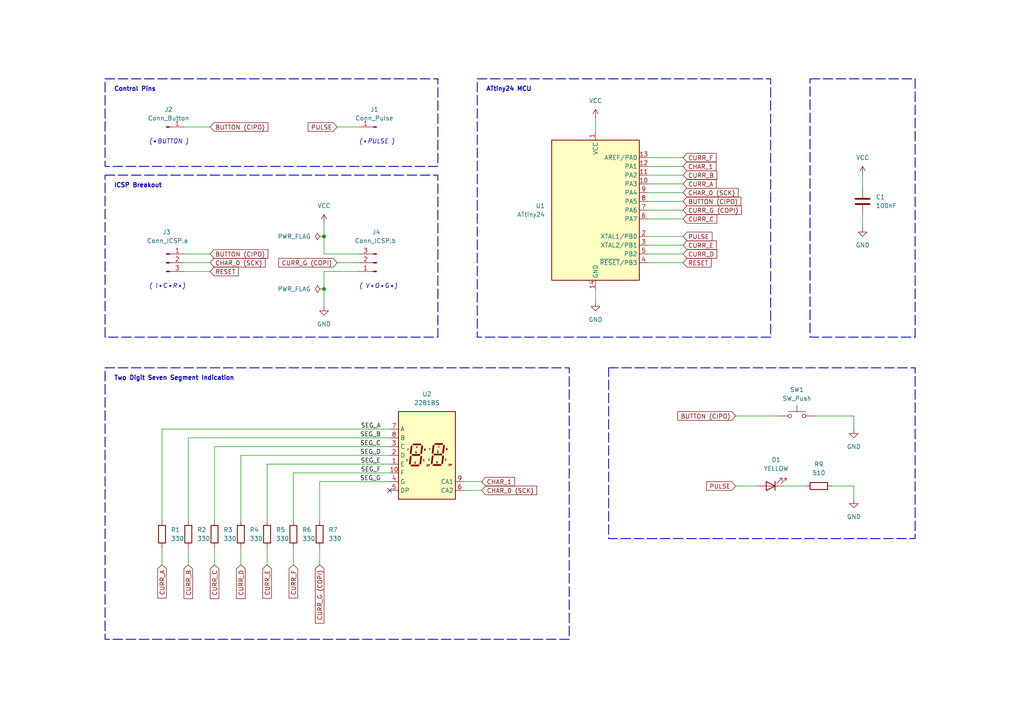
<source format=kicad_sch>
(kicad_sch (version 20230121) (generator eeschema)
  (paper "A4")
  (title_block (title "Bredboard Clock Pulse Generator") (date "2023-10-28") (rev "1.1") (company "Lefty de Milo"))
  (lib_symbols
    (symbol "@LED_Library:2281BS_2_Symbol_Display"
      (property "Reference" "U" (at 0 2.54 0))
      (property "Value" "2281BS_2_Symbol_Display" (at 0 0 0))
      (symbol "2281BS_2_Symbol_Display_1_0"
        (text "A" (at 0.254 -14.097 0) (effects (font (size 0.508 0.508))))
        (text "A" (at 6.604 -13.97 0) (effects (font (size 0.508 0.508))))
        (text "B" (at 2.54 -14.859 0) (effects (font (size 0.508 0.508))))
        (text "B" (at 8.89 -14.732 0) (effects (font (size 0.508 0.508))))
        (text "C" (at 2.286 -17.907 0) (effects (font (size 0.508 0.508))))
        (text "C" (at 8.636 -17.78 0) (effects (font (size 0.508 0.508))))
        (text "D" (at -0.254 -18.669 0) (effects (font (size 0.508 0.508))))
        (text "D" (at 6.096 -18.542 0) (effects (font (size 0.508 0.508))))
        (text "DP" (at 3.556 -19.431 0) (effects (font (size 0.508 0.508))))
        (text "DP" (at 9.906 -19.304 0) (effects (font (size 0.508 0.508))))
        (text "E" (at -2.54 -17.907 0) (effects (font (size 0.508 0.508))))
        (text "E" (at 3.81 -17.78 0) (effects (font (size 0.508 0.508))))
        (text "F" (at -2.286 -14.859 0) (effects (font (size 0.508 0.508))))
        (text "F" (at 4.064 -14.732 0) (effects (font (size 0.508 0.508))))
        (text "G" (at 0 -15.621 0) (effects (font (size 0.508 0.508))))
        (text "G" (at 6.35 -15.494 0) (effects (font (size 0.508 0.508))))
      )
      (symbol "2281BS_2_Symbol_Display_1_1"
        (rectangle (start -5.08 -3.81) (end 11.43 -29.21) (stroke (width 0.254)) (fill (type background)))
        (polyline (pts (xy -1.524 -16.891) (xy -1.778 -18.923)) (stroke (width 0.508)))
        (polyline (pts (xy -1.27 -19.431) (xy 0.762 -19.431)) (stroke (width 0.508)))
        (polyline (pts (xy -1.27 -13.843) (xy -1.524 -15.875)) (stroke (width 0.508)))
        (polyline (pts (xy -1.016 -16.383) (xy 1.016 -16.383)) (stroke (width 0.508)))
        (polyline (pts (xy -0.762 -13.335) (xy 1.27 -13.335)) (stroke (width 0.508)))
        (polyline (pts (xy 1.524 -16.891) (xy 1.27 -18.923)) (stroke (width 0.508)))
        (polyline (pts (xy 1.778 -13.843) (xy 1.524 -15.875)) (stroke (width 0.508)))
        (polyline (pts (xy 2.54 -19.431) (xy 2.54 -19.431)) (stroke (width 0.508)))
        (polyline (pts (xy 4.826 -16.764) (xy 4.572 -18.796)) (stroke (width 0.508)))
        (polyline (pts (xy 5.08 -19.304) (xy 7.112 -19.304)) (stroke (width 0.508)))
        (polyline (pts (xy 5.08 -13.716) (xy 4.826 -15.748)) (stroke (width 0.508)))
        (polyline (pts (xy 5.334 -16.256) (xy 7.366 -16.256)) (stroke (width 0.508)))
        (polyline (pts (xy 5.588 -13.208) (xy 7.62 -13.208)) (stroke (width 0.508)))
        (polyline (pts (xy 7.874 -16.764) (xy 7.62 -18.796)) (stroke (width 0.508)))
        (polyline (pts (xy 8.128 -13.716) (xy 7.874 -15.748)) (stroke (width 0.508)))
        (polyline (pts (xy 8.89 -19.304) (xy 8.89 -19.304)) (stroke (width 0.508)))
        (pin input line (at -7.62 -19.05 0) (length 2.54) (name "E") (number "1"))
        (pin input line (at -7.62 -21.59 0) (length 2.54) (name "F") (number "10"))
        (pin input line (at -7.62 -16.51 0) (length 2.54) (name "D") (number "2"))
        (pin input line (at -7.62 -13.97 0) (length 2.54) (name "C") (number "3"))
        (pin input line (at -7.62 -24.13 0) (length 2.54) (name "G") (number "4"))
        (pin input line (at -7.62 -26.67 0) (length 2.54) (name "DP") (number "5"))
        (pin input line (at 13.97 -26.67 180) (length 2.54) (name "CA2") (number "6"))
        (pin input line (at -7.62 -8.89 0) (length 2.54) (name "A") (number "7"))
        (pin input line (at -7.62 -11.43 0) (length 2.54) (name "B") (number "8"))
        (pin input line (at 13.97 -24.13 180) (length 2.54) (name "CA1") (number "9"))
      )
    )
    (symbol "Connector:Conn_01x01_Pin" (pin_names (offset 1.016) hide)
      (property "Reference" "J" (at 0 2.54 0))
      (property "Value" "Conn_01x01_Pin" (at 0 -2.54 0))
      (symbol "Conn_01x01_Pin_1_1"
        (polyline (pts (xy 1.27 0) (xy 0.8636 0)) (stroke (width 0.1524)))
        (rectangle (start 0.8636 0.127) (end 0 -0.127) (stroke (width 0.1524)) (fill (type outline)))
        (pin passive line (at 5.08 0 180) (length 3.81) (name "Pin_1") (number "1"))
      )
    )
    (symbol "Connector:Conn_01x03_Pin" (pin_names (offset 1.016) hide)
      (property "Reference" "J" (at 0 5.08 0))
      (property "Value" "Conn_01x03_Pin" (at 0 -5.08 0))
      (symbol "Conn_01x03_Pin_1_1"
        (polyline (pts (xy 1.27 -2.54) (xy 0.8636 -2.54)) (stroke (width 0.1524)))
        (polyline (pts (xy 1.27 0) (xy 0.8636 0)) (stroke (width 0.1524)))
        (polyline (pts (xy 1.27 2.54) (xy 0.8636 2.54)) (stroke (width 0.1524)))
        (rectangle (start 0.8636 -2.413) (end 0 -2.667) (stroke (width 0.1524)) (fill (type outline)))
        (rectangle (start 0.8636 0.127) (end 0 -0.127) (stroke (width 0.1524)) (fill (type outline)))
        (rectangle (start 0.8636 2.667) (end 0 2.413) (stroke (width 0.1524)) (fill (type outline)))
        (pin passive line (at 5.08 2.54 180) (length 3.81) (name "Pin_1") (number "1"))
        (pin passive line (at 5.08 0 180) (length 3.81) (name "Pin_2") (number "2"))
        (pin passive line (at 5.08 -2.54 180) (length 3.81) (name "Pin_3") (number "3"))
      )
    )
    (symbol "Device:C" (pin_numbers hide) (pin_names (offset 0.254))
      (property "Reference" "C" (at 0.635 2.54 0))
      (property "Value" "C" (at 0.635 -2.54 0))
      (symbol "C_0_1"
        (polyline (pts (xy -2.032 -0.762) (xy 2.032 -0.762)) (stroke (width 0.508)))
        (polyline (pts (xy -2.032 0.762) (xy 2.032 0.762)) (stroke (width 0.508)))
      )
      (symbol "C_1_1"
        (pin passive line (at 0 3.81 270) (length 2.794) (name "~") (number "1"))
        (pin passive line (at 0 -3.81 90) (length 2.794) (name "~") (number "2"))
      )
    )
    (symbol "Device:LED" (pin_numbers hide) (pin_names (offset 1.016) hide)
      (property "Reference" "D" (at 0 2.54 0))
      (property "Value" "LED" (at 0 -2.54 0))
      (symbol "LED_0_1"
        (polyline (pts (xy -1.27 -1.27) (xy -1.27 1.27)) (stroke (width 0.254)))
        (polyline (pts (xy -1.27 0) (xy 1.27 0)))
        (polyline (pts (xy 1.27 -1.27) (xy 1.27 1.27) (xy -1.27 0) (xy 1.27 -1.27)) (stroke (width 0.254)))
        (polyline (pts (xy -3.048 -0.762) (xy -4.572 -2.286) (xy -3.81 -2.286) (xy -4.572 -2.286) (xy -4.572 -1.524)))
        (polyline (pts (xy -1.778 -0.762) (xy -3.302 -2.286) (xy -2.54 -2.286) (xy -3.302 -2.286) (xy -3.302 -1.524)))
      )
      (symbol "LED_1_1"
        (pin passive line (at -3.81 0 0) (length 2.54) (name "K") (number "1"))
        (pin passive line (at 3.81 0 180) (length 2.54) (name "A") (number "2"))
      )
    )
    (symbol "Device:R" (pin_numbers hide) (pin_names (offset 0))
      (property "Reference" "R" (at 2.032 0 90))
      (property "Value" "R" (at 0 0 90))
      (symbol "R_0_1"
        (rectangle (start -1.016 -2.54) (end 1.016 2.54) (stroke (width 0.254)))
      )
      (symbol "R_1_1"
        (pin passive line (at 0 3.81 270) (length 1.27) (name "~") (number "1"))
        (pin passive line (at 0 -3.81 90) (length 1.27) (name "~") (number "2"))
      )
    )
    (symbol "MCU_Microchip_ATtiny:ATtiny24-20SS"
      (property "Reference" "U" (at -12.7 21.59 0))
      (property "Value" "ATtiny24-20SS" (at 2.54 -21.59 0))
      (symbol "ATtiny24-20SS_0_1"
        (rectangle (start -12.7 -20.32) (end 12.7 20.32) (stroke (width 0.254)) (fill (type background)))
      )
      (symbol "ATtiny24-20SS_1_1"
        (pin power_in line (at 0 22.86 270) (length 2.54) (name "VCC") (number "1"))
        (pin bidirectional line (at 15.24 7.62 180) (length 2.54) (name "PA3") (number "10"))
        (pin bidirectional line (at 15.24 10.16 180) (length 2.54) (name "PA2") (number "11"))
        (pin bidirectional line (at 15.24 12.7 180) (length 2.54) (name "PA1") (number "12"))
        (pin bidirectional line (at 15.24 15.24 180) (length 2.54) (name "AREF/PA0") (number "13"))
        (pin power_in line (at 0 -22.86 90) (length 2.54) (name "GND") (number "14"))
        (pin bidirectional line (at 15.24 -7.62 180) (length 2.54) (name "XTAL1/PB0") (number "2"))
        (pin bidirectional line (at 15.24 -10.16 180) (length 2.54) (name "XTAL2/PB1") (number "3"))
        (pin bidirectional line (at 15.24 -15.24 180) (length 2.54) (name "~{RESET}/PB3") (number "4"))
        (pin bidirectional line (at 15.24 -12.7 180) (length 2.54) (name "PB2") (number "5"))
        (pin bidirectional line (at 15.24 -2.54 180) (length 2.54) (name "PA7") (number "6"))
        (pin bidirectional line (at 15.24 0 180) (length 2.54) (name "PA6") (number "7"))
        (pin bidirectional line (at 15.24 2.54 180) (length 2.54) (name "PA5") (number "8"))
        (pin bidirectional line (at 15.24 5.08 180) (length 2.54) (name "PA4") (number "9"))
      )
    )
    (symbol "Switch:SW_Push" (pin_numbers hide) (pin_names (offset 1.016) hide)
      (property "Reference" "SW" (at 1.27 2.54 0))
      (property "Value" "SW_Push" (at 0 -1.524 0))
      (symbol "SW_Push_0_1"
        (circle (center -2.032 0) (radius 0.508))
        (polyline (pts (xy 0 1.27) (xy 0 3.048)))
        (polyline (pts (xy 2.54 1.27) (xy -2.54 1.27)))
        (circle (center 2.032 0) (radius 0.508))
        (pin passive line (at -5.08 0 0) (length 2.54) (name "1") (number "1"))
        (pin passive line (at 5.08 0 180) (length 2.54) (name "2") (number "2"))
      )
    )
    (symbol "power:GND" (power) (pin_names (offset 0))
      (property "Value" "GND" (at 0 -3.81 0))
      (symbol "GND_0_1"
        (polyline (pts (xy 0 0) (xy 0 -1.27) (xy 1.27 -1.27) (xy 0 -2.54) (xy -1.27 -1.27) (xy 0 -1.27)))
      )
      (symbol "GND_1_1"
        (pin power_in line (at 0 0 270) (length 0) hide (name "GND") (number "1"))
      )
    )
    (symbol "power:PWR_FLAG" (power) (pin_numbers hide) (pin_names (offset 0) hide)
      (property "Value" "PWR_FLAG" (at 0 3.81 0))
      (symbol "PWR_FLAG_0_0"
        (pin power_out line (at 0 0 90) (length 0) (name "pwr") (number "1"))
      )
      (symbol "PWR_FLAG_0_1"
        (polyline (pts (xy 0 0) (xy 0 1.27) (xy -1.016 1.905) (xy 0 2.54) (xy 1.016 1.905) (xy 0 1.27)))
      )
    )
    (symbol "power:VCC" (power) (pin_names (offset 0))
      (property "Value" "VCC" (at 0 3.81 0))
      (symbol "VCC_0_1"
        (polyline (pts (xy -0.762 1.27) (xy 0 2.54)))
        (polyline (pts (xy 0 0) (xy 0 2.54)))
        (polyline (pts (xy 0 2.54) (xy 0.762 1.27)))
      )
      (symbol "VCC_1_1"
        (pin power_in line (at 0 0 90) (length 0) hide (name "VCC") (number "1"))
      )
    )
  )
  (junction (at 93.98 83.82))
  (junction (at 93.98 68.58))
  (no_connect (at 113.03 142.24))
  (wire (pts (xy 85.09 158.75) (xy 85.09 163.83)))
  (wire (pts (xy 46.99 124.46) (xy 46.99 151.13)))
  (wire (pts (xy 92.71 158.75) (xy 92.71 163.83)))
  (wire (pts (xy 113.03 129.54) (xy 62.23 129.54)))
  (wire (pts (xy 187.96 68.58) (xy 198.12 68.58)))
  (wire (pts (xy 187.96 50.8) (xy 198.12 50.8)))
  (wire (pts (xy 93.98 73.66) (xy 104.14 73.66)))
  (wire (pts (xy 93.98 78.74) (xy 93.98 83.82)))
  (wire (pts (xy 187.96 60.96) (xy 198.12 60.96)))
  (wire (pts (xy 77.47 134.62) (xy 77.47 151.13)))
  (wire (pts (xy 213.36 120.65) (xy 226.06 120.65)))
  (wire (pts (xy 187.96 55.88) (xy 198.12 55.88)))
  (wire (pts (xy 93.98 83.82) (xy 93.98 88.9)))
  (wire (pts (xy 187.96 76.2) (xy 198.12 76.2)))
  (wire (pts (xy 187.96 53.34) (xy 198.12 53.34)))
  (wire (pts (xy 187.96 71.12) (xy 198.12 71.12)))
  (wire (pts (xy 46.99 158.75) (xy 46.99 163.83)))
  (wire (pts (xy 187.96 45.72) (xy 198.12 45.72)))
  (wire (pts (xy 93.98 64.77) (xy 93.98 68.58)))
  (wire (pts (xy 113.03 132.08) (xy 69.85 132.08)))
  (wire (pts (xy 227.33 140.97) (xy 233.68 140.97)))
  (wire (pts (xy 241.3 140.97) (xy 247.65 140.97)))
  (wire (pts (xy 113.03 127) (xy 54.61 127)))
  (wire (pts (xy 77.47 158.75) (xy 77.47 163.83)))
  (wire (pts (xy 92.71 139.7) (xy 92.71 151.13)))
  (wire (pts (xy 62.23 158.75) (xy 62.23 163.83)))
  (wire (pts (xy 97.79 36.83) (xy 104.14 36.83)))
  (wire (pts (xy 187.96 48.26) (xy 198.12 48.26)))
  (wire (pts (xy 60.96 76.2) (xy 53.34 76.2)))
  (wire (pts (xy 213.36 140.97) (xy 219.71 140.97)))
  (wire (pts (xy 247.65 120.65) (xy 247.65 124.46)))
  (wire (pts (xy 69.85 132.08) (xy 69.85 151.13)))
  (wire (pts (xy 85.09 137.16) (xy 85.09 151.13)))
  (wire (pts (xy 187.96 73.66) (xy 198.12 73.66)))
  (wire (pts (xy 113.03 124.46) (xy 46.99 124.46)))
  (wire (pts (xy 54.61 158.75) (xy 54.61 163.83)))
  (wire (pts (xy 247.65 140.97) (xy 247.65 144.78)))
  (wire (pts (xy 60.96 73.66) (xy 53.34 73.66)))
  (wire (pts (xy 97.79 76.2) (xy 104.14 76.2)))
  (wire (pts (xy 172.72 34.29) (xy 172.72 38.1)))
  (wire (pts (xy 113.03 134.62) (xy 77.47 134.62)))
  (wire (pts (xy 60.96 78.74) (xy 53.34 78.74)))
  (wire (pts (xy 250.19 50.8) (xy 250.19 54.61)))
  (wire (pts (xy 134.62 139.7) (xy 139.7 139.7)))
  (wire (pts (xy 69.85 158.75) (xy 69.85 163.83)))
  (wire (pts (xy 93.98 78.74) (xy 104.14 78.74)))
  (wire (pts (xy 250.19 62.23) (xy 250.19 66.04)))
  (wire (pts (xy 236.22 120.65) (xy 247.65 120.65)))
  (wire (pts (xy 60.96 36.83) (xy 53.34 36.83)))
  (wire (pts (xy 93.98 68.58) (xy 93.98 73.66)))
  (wire (pts (xy 113.03 139.7) (xy 92.71 139.7)))
  (wire (pts (xy 134.62 142.24) (xy 139.7 142.24)))
  (wire (pts (xy 172.72 83.82) (xy 172.72 87.63)))
  (wire (pts (xy 54.61 127) (xy 54.61 151.13)))
  (wire (pts (xy 187.96 63.5) (xy 198.12 63.5)))
  (wire (pts (xy 113.03 137.16) (xy 85.09 137.16)))
  (wire (pts (xy 187.96 58.42) (xy 198.12 58.42)))
  (wire (pts (xy 62.23 129.54) (xy 62.23 151.13)))
  (rectangle (start 234.95 22.86) (end 265.43 97.79) (stroke (width 0.254) (type dash)))
  (rectangle (start 30.48 106.68) (end 165.1 185.42) (stroke (width 0.254) (type dash)))
  (rectangle (start 138.43 22.86) (end 223.52 97.79) (stroke (width 0.254) (type dash)))
  (rectangle (start 176.53 106.68) (end 265.43 156.21) (stroke (width 0.254) (type dash)))
  (rectangle (start 30.48 22.86) (end 127 48.26) (stroke (width 0.254) (type dash)))
  (rectangle (start 30.48 50.8) (end 127 97.79) (stroke (width 0.254) (type dash)))
  (text "Control Pins" (at 33.02 26.67 0) (effects (font (size 1.27 1.27) (thickness 0.254) bold) (justify left bottom)))
  (text "ICSP Breakout" (at 33.02 54.61 0) (effects (font (size 1.27 1.27) (thickness 0.254) bold) (justify left bottom)))
  (text "ATtiny24 MCU" (at 140.97 26.67 0) (effects (font (size 1.27 1.27) bold) (justify left bottom)))
  (text "( V•O•G•)" (at 104.14 83.82 0) (effects (font (size 1.27 1.27) italic) (justify left bottom)))
  (text "(•BUTTON )" (at 43.18 41.91 0) (effects (font (size 1.27 1.27) italic) (justify left bottom)))
  (text "( I•C•R•)" (at 43.18 83.82 0) (effects (font (size 1.27 1.27) italic) (justify left bottom)))
  (text "(•PULSE )" (at 104.14 41.91 0) (effects (font (size 1.27 1.27) italic) (justify left bottom)))
  (text "Two Digit Seven Segment Indication" (at 33.02 110.49 0) (effects (font (size 1.27 1.27) bold) (justify left bottom)))
  (label "SEG_A" (at 110.49 124.46 180))
  (label "SEG_C" (at 110.49 129.54 180))
  (label "SEG_G" (at 110.49 139.7 180))
  (label "SEG_B" (at 110.49 127 180))
  (label "SEG_E" (at 110.49 134.62 180))
  (label "SEG_D" (at 110.49 132.08 180))
  (label "SEG_F" (at 110.49 137.16 180))
  (global_label "CURR_D" (shape input) (at 198.12 73.66 0) (property "Intersheetrefs" "${INTERSHEET_REFS}" (effects hide)))
  (global_label "CURR_B" (shape input) (at 54.61 163.83 270) (property "Intersheetrefs" "${INTERSHEET_REFS}" (effects hide)))
  (global_label "CHAR_1" (shape input) (at 139.7 139.7 0) (property "Intersheetrefs" "${INTERSHEET_REFS}" (effects hide)))
  (global_label "CURR_B" (shape input) (at 198.12 50.8 0) (property "Intersheetrefs" "${INTERSHEET_REFS}" (effects hide)))
  (global_label "BUTTON (CIPO)" (shape input) (at 198.12 58.42 0) (property "Intersheetrefs" "${INTERSHEET_REFS}" (effects hide)))
  (global_label "RESET" (shape input) (at 60.96 78.74 0) (property "Intersheetrefs" "${INTERSHEET_REFS}" (effects hide)))
  (global_label "CURR_G (COPI)" (shape input) (at 97.79 76.2 180) (property "Intersheetrefs" "${INTERSHEET_REFS}" (effects hide)))
  (global_label "CURR_C" (shape input) (at 198.12 63.5 0) (property "Intersheetrefs" "${INTERSHEET_REFS}" (effects hide)))
  (global_label "CURR_E" (shape input) (at 198.12 71.12 0) (property "Intersheetrefs" "${INTERSHEET_REFS}" (effects hide)))
  (global_label "CURR_D" (shape input) (at 69.85 163.83 270) (property "Intersheetrefs" "${INTERSHEET_REFS}" (effects hide)))
  (global_label "CURR_G (COPI)" (shape input) (at 198.12 60.96 0) (property "Intersheetrefs" "${INTERSHEET_REFS}" (effects hide)))
  (global_label "CHAR_1" (shape input) (at 198.12 48.26 0) (property "Intersheetrefs" "${INTERSHEET_REFS}" (effects hide)))
  (global_label "RESET" (shape input) (at 198.12 76.2 0) (property "Intersheetrefs" "${INTERSHEET_REFS}" (effects hide)))
  (global_label "CURR_A" (shape input) (at 198.12 53.34 0) (property "Intersheetrefs" "${INTERSHEET_REFS}" (effects hide)))
  (global_label "CHAR_0 (SCK)" (shape input) (at 198.12 55.88 0) (property "Intersheetrefs" "${INTERSHEET_REFS}" (effects hide)))
  (global_label "CURR_C" (shape input) (at 62.23 163.83 270) (property "Intersheetrefs" "${INTERSHEET_REFS}" (effects hide)))
  (global_label "PULSE" (shape input) (at 213.36 140.97 180) (property "Intersheetrefs" "${INTERSHEET_REFS}" (effects hide)))
  (global_label "CURR_G (COPI)" (shape input) (at 92.71 163.83 270) (property "Intersheetrefs" "${INTERSHEET_REFS}" (effects hide)))
  (global_label "PULSE" (shape input) (at 97.79 36.83 180) (property "Intersheetrefs" "${INTERSHEET_REFS}" (effects hide)))
  (global_label "CHAR_0 (SCK)" (shape input) (at 139.7 142.24 0) (property "Intersheetrefs" "${INTERSHEET_REFS}" (effects hide)))
  (global_label "BUTTON (CIPO)" (shape input) (at 213.36 120.65 180) (property "Intersheetrefs" "${INTERSHEET_REFS}" (effects hide)))
  (global_label "PULSE" (shape input) (at 198.12 68.58 0) (property "Intersheetrefs" "${INTERSHEET_REFS}" (effects hide)))
  (global_label "CURR_F" (shape input) (at 85.09 163.83 270) (property "Intersheetrefs" "${INTERSHEET_REFS}" (effects hide)))
  (global_label "BUTTON (CIPO)" (shape input) (at 60.96 36.83 0) (property "Intersheetrefs" "${INTERSHEET_REFS}" (effects hide)))
  (global_label "CURR_A" (shape input) (at 46.99 163.83 270) (property "Intersheetrefs" "${INTERSHEET_REFS}" (effects hide)))
  (global_label "CURR_F" (shape input) (at 198.12 45.72 0) (property "Intersheetrefs" "${INTERSHEET_REFS}" (effects hide)))
  (global_label "CURR_E" (shape input) (at 77.47 163.83 270) (property "Intersheetrefs" "${INTERSHEET_REFS}" (effects hide)))
  (global_label "BUTTON (CIPO)" (shape input) (at 60.96 73.66 0) (property "Intersheetrefs" "${INTERSHEET_REFS}" (effects hide)))
  (global_label "CHAR_0 (SCK)" (shape input) (at 60.96 76.2 0) (property "Intersheetrefs" "${INTERSHEET_REFS}" (effects hide)))
  (symbol (lib_id "Device:R") (at 69.85 154.94 0) (unit 1)
    (property "Reference" "R4" (at 72.39 153.67 0) (effects (justify left)))
    (property "Value" "330" (at 72.39 156.21 0) (effects (justify left)))
    (property "Footprint" "Resistor_SMD:R_0805_2012Metric_Pad1.20x1.40mm_HandSolder" (effects hide))
  )
  (symbol (lib_id "Connector:Conn_01x01_Pin") (at 48.26 36.83 0) (unit 1)
    (property "Reference" "J2" (at 48.895 31.75 0))
    (property "Value" "Conn_Button" (at 48.895 34.29 0))
    (property "Footprint" "Connector_PinHeader_2.54mm:PinHeader_1x01_P2.54mm_Vertical" (effects hide))
  )
  (symbol (lib_id "Device:R") (at 46.99 154.94 0) (unit 1)
    (property "Reference" "R1" (at 49.53 153.67 0) (effects (justify left)))
    (property "Value" "330" (at 49.53 156.21 0) (effects (justify left)))
    (property "Footprint" "Resistor_SMD:R_0805_2012Metric_Pad1.20x1.40mm_HandSolder" (effects hide))
  )
  (symbol (lib_id "Device:R") (at 85.09 154.94 0) (unit 1)
    (property "Reference" "R6" (at 87.63 153.67 0) (effects (justify left)))
    (property "Value" "330" (at 87.63 156.21 0) (effects (justify left)))
    (property "Footprint" "Resistor_SMD:R_0805_2012Metric_Pad1.20x1.40mm_HandSolder" (effects hide))
  )
  (symbol (lib_id "power:VCC") (at 172.72 34.29 0) (unit 1)
    (property "Reference" "#PWR01" (effects hide))
    (property "Value" "VCC" (at 172.72 29.21 0))
  )
  (symbol (lib_id "power:PWR_FLAG") (at 93.98 83.82 90) (unit 1)
    (property "Reference" "#FLG02" (effects hide))
    (property "Value" "PWR_FLAG" (at 90.17 83.82 90) (effects (justify left)))
  )
  (symbol (lib_id "Device:R") (at 77.47 154.94 0) (unit 1)
    (property "Reference" "R5" (at 80.01 153.67 0) (effects (justify left)))
    (property "Value" "330" (at 80.01 156.21 0) (effects (justify left)))
    (property "Footprint" "Resistor_SMD:R_0805_2012Metric_Pad1.20x1.40mm_HandSolder" (effects hide))
  )
  (symbol (lib_id "Connector:Conn_01x01_Pin") (at 109.22 36.83 0) (mirror y) (unit 1)
    (property "Reference" "J1" (at 108.585 31.75 0))
    (property "Value" "Conn_Pulse" (at 108.585 34.29 0))
    (property "Footprint" "Connector_PinHeader_2.54mm:PinHeader_1x01_P2.54mm_Vertical" (effects hide))
  )
  (symbol (lib_id "Device:R") (at 54.61 154.94 0) (unit 1)
    (property "Reference" "R2" (at 57.15 153.67 0) (effects (justify left)))
    (property "Value" "330" (at 57.15 156.21 0) (effects (justify left)))
    (property "Footprint" "Resistor_SMD:R_0805_2012Metric_Pad1.20x1.40mm_HandSolder" (effects hide))
  )
  (symbol (lib_id "@LED_Library:2281BS_2_Symbol_Display") (at 120.65 115.57 0) (unit 1)
    (property "Reference" "U2" (at 123.825 114.3 0))
    (property "Value" "2281BS" (at 123.825 116.84 0))
    (property "Footprint" "Display_7Segment:Sx39-1xxxxx" (effects hide))
  )
  (symbol (lib_id "power:GND") (at 250.19 66.04 0) (unit 1)
    (property "Reference" "#PWR08" (effects hide))
    (property "Value" "GND" (at 250.19 71.12 0))
  )
  (symbol (lib_id "Connector:Conn_01x03_Pin") (at 109.22 76.2 180) (unit 1)
    (property "Reference" "J4" (at 107.95 67.31 0) (effects (justify right)))
    (property "Value" "Conn_ICSP.b" (at 102.87 69.85 0) (effects (justify right)))
    (property "Footprint" "Connector_PinHeader_2.54mm:PinHeader_1x03_P2.54mm_Vertical" (effects hide))
  )
  (symbol (lib_id "Device:C") (at 250.19 58.42 0) (unit 1)
    (property "Reference" "C1" (at 254 57.15 0) (effects (justify left)))
    (property "Value" "100nF" (at 254 59.69 0) (effects (justify left)))
    (property "Footprint" "Capacitor_SMD:C_0805_2012Metric_Pad1.18x1.45mm_HandSolder" (effects hide))
  )
  (symbol (lib_id "Device:R") (at 92.71 154.94 0) (unit 1)
    (property "Reference" "R7" (at 95.25 153.67 0) (effects (justify left)))
    (property "Value" "330" (at 95.25 156.21 0) (effects (justify left)))
    (property "Footprint" "Resistor_SMD:R_0805_2012Metric_Pad1.20x1.40mm_HandSolder" (effects hide))
  )
  (symbol (lib_id "Device:R") (at 62.23 154.94 0) (unit 1)
    (property "Reference" "R3" (at 64.77 153.67 0) (effects (justify left)))
    (property "Value" "330" (at 64.77 156.21 0) (effects (justify left)))
    (property "Footprint" "Resistor_SMD:R_0805_2012Metric_Pad1.20x1.40mm_HandSolder" (effects hide))
  )
  (symbol (lib_id "power:GND") (at 247.65 144.78 0) (unit 1)
    (property "Reference" "#PWR04" (effects hide))
    (property "Value" "GND" (at 247.65 149.86 0))
  )
  (symbol (lib_id "power:PWR_FLAG") (at 93.98 68.58 90) (unit 1)
    (property "Reference" "#FLG01" (effects hide))
    (property "Value" "PWR_FLAG" (at 90.17 68.58 90) (effects (justify left)))
  )
  (symbol (lib_id "MCU_Microchip_ATtiny:ATtiny24-20SS") (at 172.72 60.96 0) (unit 1)
    (property "Reference" "U1" (at 158.115 59.6899 0) (effects (justify right)))
    (property "Value" "ATtiny24" (at 158.115 62.2299 0) (effects (justify right)))
    (property "Footprint" "Package_SO:SOIC-14_3.9x8.7mm_P1.27mm" (effects hide))
    (property "Datasheet" "http://ww1.microchip.com/downloads/en/DeviceDoc/doc8006.pdf" (effects hide))
  )
  (symbol (lib_id "Switch:SW_Push") (at 231.14 120.65 0) (unit 1)
    (property "Reference" "SW1" (at 231.14 113.03 0))
    (property "Value" "SW_Push" (at 231.14 115.57 0))
    (property "Footprint" "Button_Switch_THT:SW_PUSH_6mm_H5mm" (effects hide))
  )
  (symbol (lib_id "power:GND") (at 93.98 88.9 0) (unit 1)
    (property "Reference" "#PWR06" (effects hide))
    (property "Value" "GND" (at 93.98 93.98 0))
  )
  (symbol (lib_id "power:VCC") (at 250.19 50.8 0) (unit 1)
    (property "Reference" "#PWR07" (effects hide))
    (property "Value" "VCC" (at 250.19 45.72 0))
  )
  (symbol (lib_id "power:GND") (at 172.72 87.63 0) (unit 1)
    (property "Reference" "#PWR02" (effects hide))
    (property "Value" "GND" (at 172.72 92.71 0))
  )
  (symbol (lib_id "Device:LED") (at 223.52 140.97 180) (unit 1)
    (property "Reference" "D1" (at 225.1075 133.35 0))
    (property "Value" "YELLOW" (at 225.1075 135.89 0))
    (property "Footprint" "LED_SMD:LED_0805_2012Metric_Pad1.15x1.40mm_HandSolder" (effects hide))
  )
  (symbol (lib_id "Device:R") (at 237.49 140.97 90) (unit 1)
    (property "Reference" "R9" (at 237.49 134.62 90))
    (property "Value" "510" (at 237.49 137.16 90))
    (property "Footprint" "Resistor_SMD:R_0805_2012Metric_Pad1.20x1.40mm_HandSolder" (effects hide))
  )
  (symbol (lib_id "power:VCC") (at 93.98 64.77 0) (unit 1)
    (property "Reference" "#PWR05" (effects hide))
    (property "Value" "VCC" (at 93.98 59.69 0))
  )
  (symbol (lib_id "Connector:Conn_01x03_Pin") (at 48.26 76.2 0) (unit 1)
    (property "Reference" "J3" (at 49.53 67.31 0) (effects (justify right)))
    (property "Value" "Conn_ICSP.a" (at 54.61 69.85 0) (effects (justify right)))
    (property "Footprint" "Connector_PinHeader_2.54mm:PinHeader_1x03_P2.54mm_Vertical" (effects hide))
  )
  (symbol (lib_id "power:GND") (at 247.65 124.46 0) (unit 1)
    (property "Reference" "#PWR03" (effects hide))
    (property "Value" "GND" (at 247.65 129.54 0))
  )
)
</source>
